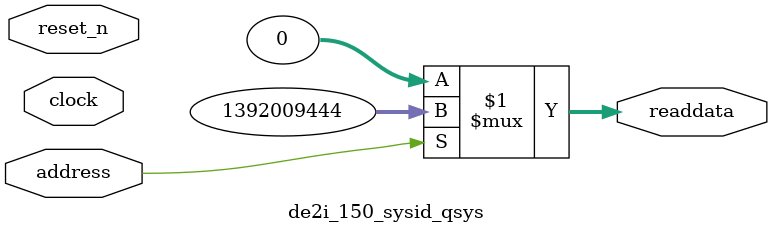
<source format=v>

`timescale 1ns / 1ps
// synthesis translate_on

// turn off superfluous verilog processor warnings 
// altera message_level Level1 
// altera message_off 10034 10035 10036 10037 10230 10240 10030 

module de2i_150_sysid_qsys (
               // inputs:
                address,
                clock,
                reset_n,

               // outputs:
                readdata
             )
;

  output  [ 31: 0] readdata;
  input            address;
  input            clock;
  input            reset_n;

  wire    [ 31: 0] readdata;
  //control_slave, which is an e_avalon_slave
  assign readdata = address ? 1392009444 : 0;

endmodule




</source>
